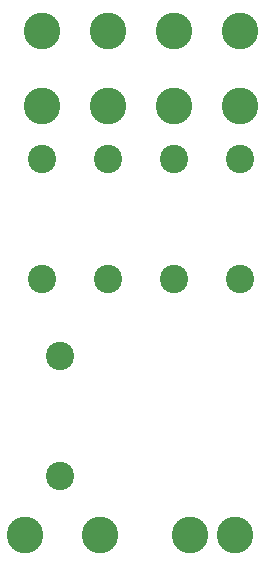
<source format=gbs>
G04 #@! TF.FileFunction,Soldermask,Bot*
%FSLAX46Y46*%
G04 Gerber Fmt 4.6, Leading zero omitted, Abs format (unit mm)*
G04 Created by KiCad (PCBNEW 4.0.2-stable) date Tue 26 Jul 2016 12:19:11 AM CEST*
%MOMM*%
G01*
G04 APERTURE LIST*
%ADD10C,0.100000*%
%ADD11C,2.398980*%
%ADD12C,3.100000*%
G04 APERTURE END LIST*
D10*
D11*
X159020000Y-120840000D03*
X159020000Y-131000000D03*
X174244000Y-104140000D03*
X174244000Y-114300000D03*
X157480000Y-104140000D03*
X157480000Y-114300000D03*
X163068000Y-104140000D03*
X163068000Y-114300000D03*
X168656000Y-104140000D03*
X168656000Y-114300000D03*
D12*
X170000000Y-136000000D03*
X173810000Y-136000000D03*
X168656000Y-93345000D03*
X168656000Y-99695000D03*
X163068000Y-93345000D03*
X163068000Y-99695000D03*
X157480000Y-93345000D03*
X157480000Y-99695000D03*
X174244000Y-93345000D03*
X174244000Y-99695000D03*
X156000000Y-136000000D03*
X162350000Y-136000000D03*
M02*

</source>
